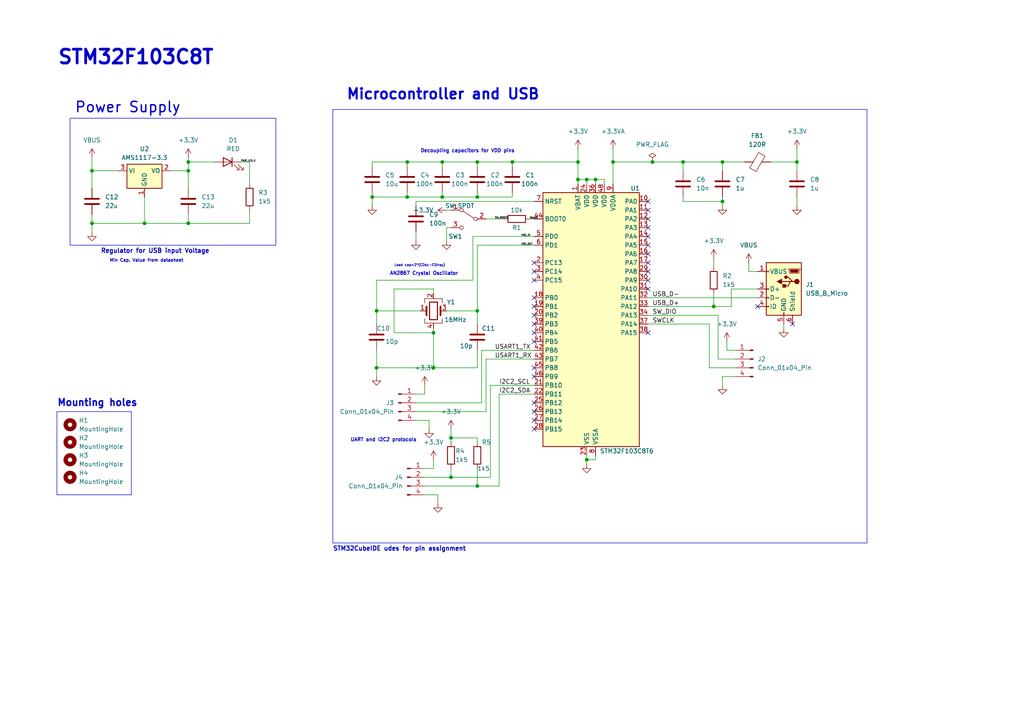
<source format=kicad_sch>
(kicad_sch (version 20230121) (generator eeschema)
  (paper "A4")
  (title_block (title "STM32F103C8T6") (date "2023-12-30") (rev "1.0"))
  (lib_symbols
    (symbol "Connector:Conn_01x04_Pin" (pin_names (offset 1.016) hide)
      (property "Reference" "J" (at 0 5.08 0))
      (property "Value" "Conn_01x04_Pin" (at 0 -7.62 0))
      (symbol "Conn_01x04_Pin_1_1"
        (polyline (pts (xy 1.27 -5.08) (xy 0.8636 -5.08)) (stroke (width 0.1524)))
        (polyline (pts (xy 1.27 -2.54) (xy 0.8636 -2.54)) (stroke (width 0.1524)))
        (polyline (pts (xy 1.27 0) (xy 0.8636 0)) (stroke (width 0.1524)))
        (polyline (pts (xy 1.27 2.54) (xy 0.8636 2.54)) (stroke (width 0.1524)))
        (rectangle (start 0.8636 -4.953) (end 0 -5.207) (stroke (width 0.1524)) (fill (type outline)))
        (rectangle (start 0.8636 -2.413) (end 0 -2.667) (stroke (width 0.1524)) (fill (type outline)))
        (rectangle (start 0.8636 0.127) (end 0 -0.127) (stroke (width 0.1524)) (fill (type outline)))
        (rectangle (start 0.8636 2.667) (end 0 2.413) (stroke (width 0.1524)) (fill (type outline)))
        (pin passive line (at 5.08 2.54 180) (length 3.81) (name "Pin_1") (number "1"))
        (pin passive line (at 5.08 0 180) (length 3.81) (name "Pin_2") (number "2"))
        (pin passive line (at 5.08 -2.54 180) (length 3.81) (name "Pin_3") (number "3"))
        (pin passive line (at 5.08 -5.08 180) (length 3.81) (name "Pin_4") (number "4"))
      )
    )
    (symbol "Connector:USB_B_Micro" (pin_names (offset 1.016))
      (property "Reference" "J" (at -5.08 11.43 0))
      (property "Value" "USB_B_Micro" (at -5.08 8.89 0))
      (symbol "USB_B_Micro_0_1"
        (rectangle (start -5.08 -7.62) (end 5.08 7.62) (stroke (width 0.254)) (fill (type background)))
        (circle (center -3.81 2.159) (radius 0.635) (stroke (width 0.254)) (fill (type outline)))
        (circle (center -0.635 3.429) (radius 0.381) (stroke (width 0.254)) (fill (type outline)))
        (rectangle (start -0.127 -7.62) (end 0.127 -6.858))
        (polyline (pts (xy -1.905 2.159) (xy 0.635 2.159)) (stroke (width 0.254)))
        (polyline (pts (xy -3.175 2.159) (xy -2.54 2.159) (xy -1.27 3.429) (xy -0.635 3.429)) (stroke (width 0.254)))
        (polyline (pts (xy -2.54 2.159) (xy -1.905 2.159) (xy -1.27 0.889) (xy 0 0.889)) (stroke (width 0.254)))
        (polyline (pts (xy 0.635 2.794) (xy 0.635 1.524) (xy 1.905 2.159) (xy 0.635 2.794)) (stroke (width 0.254)) (fill (type outline)))
        (polyline (pts (xy -4.318 5.588) (xy -1.778 5.588) (xy -2.032 4.826) (xy -4.064 4.826) (xy -4.318 5.588)) (fill (type outline)))
        (polyline (pts (xy -4.699 5.842) (xy -4.699 5.588) (xy -4.445 4.826) (xy -4.445 4.572) (xy -1.651 4.572) (xy -1.651 4.826) (xy -1.397 5.588) (xy -1.397 5.842) (xy -4.699 5.842)))
        (rectangle (start 0.254 1.27) (end -0.508 0.508) (stroke (width 0.254)) (fill (type outline)))
        (rectangle (start 5.08 -5.207) (end 4.318 -4.953))
        (rectangle (start 5.08 -2.667) (end 4.318 -2.413))
        (rectangle (start 5.08 -0.127) (end 4.318 0.127))
        (rectangle (start 5.08 4.953) (end 4.318 5.207))
      )
      (symbol "USB_B_Micro_1_1"
        (pin power_out line (at 7.62 5.08 180) (length 2.54) (name "VBUS") (number "1"))
        (pin bidirectional line (at 7.62 -2.54 180) (length 2.54) (name "D-") (number "2"))
        (pin bidirectional line (at 7.62 0 180) (length 2.54) (name "D+") (number "3"))
        (pin passive line (at 7.62 -5.08 180) (length 2.54) (name "ID") (number "4"))
        (pin power_out line (at 0 -10.16 90) (length 2.54) (name "GND") (number "5"))
        (pin passive line (at -2.54 -10.16 90) (length 2.54) (name "Shield") (number "6"))
      )
    )
    (symbol "Device:C" (pin_numbers hide) (pin_names (offset 0.254))
      (property "Reference" "C" (at 0.635 2.54 0))
      (property "Value" "C" (at 0.635 -2.54 0))
      (symbol "C_0_1"
        (polyline (pts (xy -2.032 -0.762) (xy 2.032 -0.762)) (stroke (width 0.508)))
        (polyline (pts (xy -2.032 0.762) (xy 2.032 0.762)) (stroke (width 0.508)))
      )
      (symbol "C_1_1"
        (pin passive line (at 0 3.81 270) (length 2.794) (name "~") (number "1"))
        (pin passive line (at 0 -3.81 90) (length 2.794) (name "~") (number "2"))
      )
    )
    (symbol "Device:Crystal_GND24" (pin_names (offset 1.016) hide)
      (property "Reference" "Y" (at 3.175 5.08 0))
      (property "Value" "Crystal_GND24" (at 3.175 3.175 0))
      (symbol "Crystal_GND24_0_1"
        (rectangle (start -1.143 2.54) (end 1.143 -2.54) (stroke (width 0.3048)))
        (polyline (pts (xy -2.54 0) (xy -2.032 0)))
        (polyline (pts (xy -2.032 -1.27) (xy -2.032 1.27)) (stroke (width 0.508)))
        (polyline (pts (xy 0 -3.81) (xy 0 -3.556)))
        (polyline (pts (xy 0 3.556) (xy 0 3.81)))
        (polyline (pts (xy 2.032 -1.27) (xy 2.032 1.27)) (stroke (width 0.508)))
        (polyline (pts (xy 2.032 0) (xy 2.54 0)))
        (polyline (pts (xy -2.54 -2.286) (xy -2.54 -3.556) (xy 2.54 -3.556) (xy 2.54 -2.286)))
        (polyline (pts (xy -2.54 2.286) (xy -2.54 3.556) (xy 2.54 3.556) (xy 2.54 2.286)))
      )
      (symbol "Crystal_GND24_1_1"
        (pin passive line (at -3.81 0 0) (length 1.27) (name "1") (number "1"))
        (pin passive line (at 0 5.08 270) (length 1.27) (name "2") (number "2"))
        (pin passive line (at 3.81 0 180) (length 1.27) (name "3") (number "3"))
        (pin passive line (at 0 -5.08 90) (length 1.27) (name "4") (number "4"))
      )
    )
    (symbol "Device:FerriteBead" (pin_numbers hide) (pin_names (offset 0))
      (property "Reference" "FB" (at -3.81 0.635 90))
      (property "Value" "FerriteBead" (at 3.81 0 90))
      (symbol "FerriteBead_0_1"
        (polyline (pts (xy 0 -1.27) (xy 0 -1.2192)))
        (polyline (pts (xy 0 1.27) (xy 0 1.2954)))
        (polyline (pts (xy -2.7686 0.4064) (xy -1.7018 2.2606) (xy 2.7686 -0.3048) (xy 1.6764 -2.159) (xy -2.7686 0.4064)))
      )
      (symbol "FerriteBead_1_1"
        (pin passive line (at 0 3.81 270) (length 2.54) (name "~") (number "1"))
        (pin passive line (at 0 -3.81 90) (length 2.54) (name "~") (number "2"))
      )
    )
    (symbol "Device:LED" (pin_numbers hide) (pin_names (offset 1.016) hide)
      (property "Reference" "D" (at 0 2.54 0))
      (property "Value" "LED" (at 0 -2.54 0))
      (symbol "LED_0_1"
        (polyline (pts (xy -1.27 -1.27) (xy -1.27 1.27)) (stroke (width 0.254)))
        (polyline (pts (xy -1.27 0) (xy 1.27 0)))
        (polyline (pts (xy 1.27 -1.27) (xy 1.27 1.27) (xy -1.27 0) (xy 1.27 -1.27)) (stroke (width 0.254)))
        (polyline (pts (xy -3.048 -0.762) (xy -4.572 -2.286) (xy -3.81 -2.286) (xy -4.572 -2.286) (xy -4.572 -1.524)))
        (polyline (pts (xy -1.778 -0.762) (xy -3.302 -2.286) (xy -2.54 -2.286) (xy -3.302 -2.286) (xy -3.302 -1.524)))
      )
      (symbol "LED_1_1"
        (pin passive line (at -3.81 0 0) (length 2.54) (name "K") (number "1"))
        (pin passive line (at 3.81 0 180) (length 2.54) (name "A") (number "2"))
      )
    )
    (symbol "Device:R" (pin_numbers hide) (pin_names (offset 0))
      (property "Reference" "R" (at 2.032 0 90))
      (property "Value" "R" (at 0 0 90))
      (symbol "R_0_1"
        (rectangle (start -1.016 -2.54) (end 1.016 2.54) (stroke (width 0.254)))
      )
      (symbol "R_1_1"
        (pin passive line (at 0 3.81 270) (length 1.27) (name "~") (number "1"))
        (pin passive line (at 0 -3.81 90) (length 1.27) (name "~") (number "2"))
      )
    )
    (symbol "MCU_ST_STM32F1:STM32F103C8Tx"
      (property "Reference" "U" (at -12.7 39.37 0))
      (property "Value" "STM32F103C8Tx" (at 10.16 39.37 0))
      (symbol "STM32F103C8Tx_0_1"
        (rectangle (start -12.7 -35.56) (end 15.24 38.1) (stroke (width 0.254)) (fill (type background)))
      )
      (symbol "STM32F103C8Tx_1_1"
        (pin power_in line (at -2.54 40.64 270) (length 2.54) (name "VBAT") (number "1"))
        (pin bidirectional line (at 17.78 35.56 180) (length 2.54) (name "PA0") (number "10"))
        (pin bidirectional line (at 17.78 33.02 180) (length 2.54) (name "PA1") (number "11"))
        (pin bidirectional line (at 17.78 30.48 180) (length 2.54) (name "PA2") (number "12"))
        (pin bidirectional line (at 17.78 27.94 180) (length 2.54) (name "PA3") (number "13"))
        (pin bidirectional line (at 17.78 25.4 180) (length 2.54) (name "PA4") (number "14"))
        (pin bidirectional line (at 17.78 22.86 180) (length 2.54) (name "PA5") (number "15"))
        (pin bidirectional line (at 17.78 20.32 180) (length 2.54) (name "PA6") (number "16"))
        (pin bidirectional line (at 17.78 17.78 180) (length 2.54) (name "PA7") (number "17"))
        (pin bidirectional line (at -15.24 7.62 0) (length 2.54) (name "PB0") (number "18"))
        (pin bidirectional line (at -15.24 5.08 0) (length 2.54) (name "PB1") (number "19"))
        (pin bidirectional line (at -15.24 17.78 0) (length 2.54) (name "PC13") (number "2"))
        (pin bidirectional line (at -15.24 2.54 0) (length 2.54) (name "PB2") (number "20"))
        (pin bidirectional line (at -15.24 -17.78 0) (length 2.54) (name "PB10") (number "21"))
        (pin bidirectional line (at -15.24 -20.32 0) (length 2.54) (name "PB11") (number "22"))
        (pin power_in line (at 0 -38.1 90) (length 2.54) (name "VSS") (number "23"))
        (pin power_in line (at 0 40.64 270) (length 2.54) (name "VDD") (number "24"))
        (pin bidirectional line (at -15.24 -22.86 0) (length 2.54) (name "PB12") (number "25"))
        (pin bidirectional line (at -15.24 -25.4 0) (length 2.54) (name "PB13") (number "26"))
        (pin bidirectional line (at -15.24 -27.94 0) (length 2.54) (name "PB14") (number "27"))
        (pin bidirectional line (at -15.24 -30.48 0) (length 2.54) (name "PB15") (number "28"))
        (pin bidirectional line (at 17.78 15.24 180) (length 2.54) (name "PA8") (number "29"))
        (pin bidirectional line (at -15.24 15.24 0) (length 2.54) (name "PC14") (number "3"))
        (pin bidirectional line (at 17.78 12.7 180) (length 2.54) (name "PA9") (number "30"))
        (pin bidirectional line (at 17.78 10.16 180) (length 2.54) (name "PA10") (number "31"))
        (pin bidirectional line (at 17.78 7.62 180) (length 2.54) (name "PA11") (number "32"))
        (pin bidirectional line (at 17.78 5.08 180) (length 2.54) (name "PA12") (number "33"))
        (pin bidirectional line (at 17.78 2.54 180) (length 2.54) (name "PA13") (number "34"))
        (pin passive line (at 0 -38.1 90) (length 2.54) hide (name "VSS") (number "35"))
        (pin power_in line (at 2.54 40.64 270) (length 2.54) (name "VDD") (number "36"))
        (pin bidirectional line (at 17.78 0 180) (length 2.54) (name "PA14") (number "37"))
        (pin bidirectional line (at 17.78 -2.54 180) (length 2.54) (name "PA15") (number "38"))
        (pin bidirectional line (at -15.24 0 0) (length 2.54) (name "PB3") (number "39"))
        (pin bidirectional line (at -15.24 12.7 0) (length 2.54) (name "PC15") (number "4"))
        (pin bidirectional line (at -15.24 -2.54 0) (length 2.54) (name "PB4") (number "40"))
        (pin bidirectional line (at -15.24 -5.08 0) (length 2.54) (name "PB5") (number "41"))
        (pin bidirectional line (at -15.24 -7.62 0) (length 2.54) (name "PB6") (number "42"))
        (pin bidirectional line (at -15.24 -10.16 0) (length 2.54) (name "PB7") (number "43"))
        (pin input line (at -15.24 30.48 0) (length 2.54) (name "BOOT0") (number "44"))
        (pin bidirectional line (at -15.24 -12.7 0) (length 2.54) (name "PB8") (number "45"))
        (pin bidirectional line (at -15.24 -15.24 0) (length 2.54) (name "PB9") (number "46"))
        (pin passive line (at 0 -38.1 90) (length 2.54) hide (name "VSS") (number "47"))
        (pin power_in line (at 5.08 40.64 270) (length 2.54) (name "VDD") (number "48"))
        (pin bidirectional line (at -15.24 25.4 0) (length 2.54) (name "PD0") (number "5"))
        (pin bidirectional line (at -15.24 22.86 0) (length 2.54) (name "PD1") (number "6"))
        (pin input line (at -15.24 35.56 0) (length 2.54) (name "NRST") (number "7"))
        (pin power_in line (at 2.54 -38.1 90) (length 2.54) (name "VSSA") (number "8"))
        (pin power_in line (at 7.62 40.64 270) (length 2.54) (name "VDDA") (number "9"))
      )
    )
    (symbol "Mechanical:MountingHole" (pin_names (offset 1.016))
      (property "Reference" "H" (at 0 5.08 0))
      (property "Value" "MountingHole" (at 0 3.175 0))
      (symbol "MountingHole_0_1"
        (circle (center 0 0) (radius 1.27) (stroke (width 1.27)))
      )
    )
    (symbol "Regulator_Linear:AMS1117-3.3"
      (property "Reference" "U" (at -3.81 3.175 0))
      (property "Value" "AMS1117-3.3" (at 0 3.175 0))
      (symbol "AMS1117-3.3_0_1"
        (rectangle (start -5.08 -5.08) (end 5.08 1.905) (stroke (width 0.254)) (fill (type background)))
      )
      (symbol "AMS1117-3.3_1_1"
        (pin power_in line (at 0 -7.62 90) (length 2.54) (name "GND") (number "1"))
        (pin power_out line (at 7.62 0 180) (length 2.54) (name "VO") (number "2"))
        (pin power_in line (at -7.62 0 0) (length 2.54) (name "VI") (number "3"))
      )
    )
    (symbol "Switch:SW_SPDT" (pin_names (offset 0) hide)
      (property "Reference" "SW" (at 0 4.318 0))
      (property "Value" "SW_SPDT" (at 0 -5.08 0))
      (symbol "SW_SPDT_0_0"
        (circle (center -2.032 0) (radius 0.508))
        (circle (center 2.032 -2.54) (radius 0.508))
      )
      (symbol "SW_SPDT_0_1"
        (polyline (pts (xy -1.524 0.254) (xy 1.651 2.286)))
        (circle (center 2.032 2.54) (radius 0.508))
      )
      (symbol "SW_SPDT_1_1"
        (pin passive line (at 5.08 2.54 180) (length 2.54) (name "A") (number "1"))
        (pin passive line (at -5.08 0 0) (length 2.54) (name "B") (number "2"))
        (pin passive line (at 5.08 -2.54 180) (length 2.54) (name "C") (number "3"))
      )
    )
    (symbol "power:+3.3V" (power) (pin_names (offset 0))
      (property "Value" "+3.3V" (at 0 3.556 0))
      (symbol "+3.3V_0_1"
        (polyline (pts (xy -0.762 1.27) (xy 0 2.54)))
        (polyline (pts (xy 0 0) (xy 0 2.54)))
        (polyline (pts (xy 0 2.54) (xy 0.762 1.27)))
      )
      (symbol "+3.3V_1_1"
        (pin power_in line (at 0 0 90) (length 0) hide (name "+3.3V") (number "1"))
      )
    )
    (symbol "power:+3.3VA" (power) (pin_names (offset 0))
      (property "Value" "+3.3VA" (at 0 3.556 0))
      (symbol "+3.3VA_0_1"
        (polyline (pts (xy -0.762 1.27) (xy 0 2.54)))
        (polyline (pts (xy 0 0) (xy 0 2.54)))
        (polyline (pts (xy 0 2.54) (xy 0.762 1.27)))
      )
      (symbol "+3.3VA_1_1"
        (pin power_in line (at 0 0 90) (length 0) hide (name "+3.3VA") (number "1"))
      )
    )
    (symbol "power:GND" (power) (pin_names (offset 0))
      (property "Value" "GND" (at 0 -3.81 0))
      (symbol "GND_0_1"
        (polyline (pts (xy 0 0) (xy 0 -1.27) (xy 1.27 -1.27) (xy 0 -2.54) (xy -1.27 -1.27) (xy 0 -1.27)))
      )
      (symbol "GND_1_1"
        (pin power_in line (at 0 0 270) (length 0) hide (name "GND") (number "1"))
      )
    )
    (symbol "power:PWR_FLAG" (power) (pin_numbers hide) (pin_names (offset 0) hide)
      (property "Value" "PWR_FLAG" (at 0 3.81 0))
      (symbol "PWR_FLAG_0_0"
        (pin power_out line (at 0 0 90) (length 0) (name "pwr") (number "1"))
      )
      (symbol "PWR_FLAG_0_1"
        (polyline (pts (xy 0 0) (xy 0 1.27) (xy -1.016 1.905) (xy 0 2.54) (xy 1.016 1.905) (xy 0 1.27)))
      )
    )
    (symbol "power:VBUS" (power) (pin_names (offset 0))
      (property "Value" "VBUS" (at 0 3.81 0))
      (symbol "VBUS_0_1"
        (polyline (pts (xy -0.762 1.27) (xy 0 2.54)))
        (polyline (pts (xy 0 0) (xy 0 2.54)))
        (polyline (pts (xy 0 2.54) (xy 0.762 1.27)))
      )
      (symbol "VBUS_1_1"
        (pin power_in line (at 0 0 90) (length 0) hide (name "VBUS") (number "1"))
      )
    )
  )
  (junction (at 189.23 46.99))
  (junction (at 138.43 46.99))
  (junction (at 54.61 49.53))
  (junction (at 170.18 52.07))
  (junction (at 172.72 52.07))
  (junction (at 207.01 88.9))
  (junction (at 128.27 57.15))
  (junction (at 118.11 57.15))
  (junction (at 128.27 46.99))
  (junction (at 167.64 52.07))
  (junction (at 130.81 138.43))
  (junction (at 109.22 106.68))
  (junction (at 170.18 133.35))
  (junction (at 26.67 49.53))
  (junction (at 54.61 46.99))
  (junction (at 125.73 96.52))
  (junction (at 198.12 46.99))
  (junction (at 138.43 140.97))
  (junction (at 177.8 46.99))
  (junction (at 125.73 106.68))
  (junction (at 231.14 46.99))
  (junction (at 54.61 64.77))
  (junction (at 107.95 57.15))
  (junction (at 148.59 46.99))
  (junction (at 118.11 46.99))
  (junction (at 26.67 64.77))
  (junction (at 209.55 58.42))
  (junction (at 130.81 127))
  (junction (at 138.43 57.15))
  (junction (at 109.22 90.17))
  (junction (at 41.91 64.77))
  (junction (at 209.55 46.99))
  (junction (at 167.64 46.99))
  (junction (at 138.43 90.17))
  (no_connect (at 154.94 119.38))
  (no_connect (at 187.96 76.2))
  (no_connect (at 154.94 91.44))
  (no_connect (at 154.94 76.2))
  (no_connect (at 154.94 116.84))
  (no_connect (at 154.94 106.68))
  (no_connect (at 187.96 60.96))
  (no_connect (at 229.87 93.98))
  (no_connect (at 187.96 71.12))
  (no_connect (at 154.94 124.46))
  (no_connect (at 187.96 58.42))
  (no_connect (at 187.96 68.58))
  (no_connect (at 154.94 93.98))
  (no_connect (at 154.94 81.28))
  (no_connect (at 187.96 96.52))
  (no_connect (at 154.94 86.36))
  (no_connect (at 187.96 73.66))
  (no_connect (at 187.96 83.82))
  (no_connect (at 187.96 63.5))
  (no_connect (at 219.71 88.9))
  (no_connect (at 187.96 81.28))
  (no_connect (at 187.96 66.04))
  (no_connect (at 154.94 96.52))
  (no_connect (at 154.94 99.06))
  (no_connect (at 154.94 109.22))
  (no_connect (at 154.94 121.92))
  (no_connect (at 154.94 88.9))
  (no_connect (at 154.94 78.74))
  (no_connect (at 187.96 78.74))
  (wire (pts (xy 138.43 71.12) (xy 154.94 71.12)))
  (wire (pts (xy 54.61 45.72) (xy 54.61 46.99)))
  (wire (pts (xy 148.59 46.99) (xy 167.64 46.99)))
  (wire (pts (xy 125.73 133.35) (xy 125.73 135.89)))
  (wire (pts (xy 123.19 138.43) (xy 130.81 138.43)))
  (wire (pts (xy 142.24 138.43) (xy 142.24 111.76)))
  (wire (pts (xy 208.28 91.44) (xy 208.28 104.14)))
  (wire (pts (xy 187.96 86.36) (xy 219.71 86.36)))
  (wire (pts (xy 128.27 48.26) (xy 128.27 46.99)))
  (wire (pts (xy 207.01 88.9) (xy 212.09 88.9)))
  (wire (pts (xy 210.82 99.06) (xy 210.82 101.6)))
  (wire (pts (xy 167.64 46.99) (xy 167.64 52.07)))
  (wire (pts (xy 138.43 57.15) (xy 148.59 57.15)))
  (wire (pts (xy 209.55 46.99) (xy 209.55 49.53)))
  (wire (pts (xy 26.67 64.77) (xy 26.67 67.31)))
  (wire (pts (xy 109.22 101.6) (xy 109.22 106.68)))
  (wire (pts (xy 128.27 57.15) (xy 138.43 57.15)))
  (wire (pts (xy 209.55 109.22) (xy 213.36 109.22)))
  (wire (pts (xy 72.39 60.96) (xy 72.39 64.77)))
  (wire (pts (xy 172.72 52.07) (xy 172.72 53.34)))
  (wire (pts (xy 139.7 101.6) (xy 154.94 101.6)))
  (wire (pts (xy 130.81 138.43) (xy 142.24 138.43)))
  (wire (pts (xy 189.23 46.99) (xy 198.12 46.99)))
  (wire (pts (xy 128.27 55.88) (xy 128.27 57.15)))
  (wire (pts (xy 209.55 111.76) (xy 209.55 109.22)))
  (wire (pts (xy 123.19 114.3) (xy 120.65 114.3)))
  (wire (pts (xy 177.8 43.18) (xy 177.8 46.99)))
  (wire (pts (xy 54.61 49.53) (xy 54.61 54.61)))
  (wire (pts (xy 72.39 46.99) (xy 72.39 53.34)))
  (wire (pts (xy 118.11 46.99) (xy 128.27 46.99)))
  (wire (pts (xy 129.54 60.96) (xy 130.81 60.96)))
  (wire (pts (xy 130.81 135.89) (xy 130.81 138.43)))
  (wire (pts (xy 72.39 64.77) (xy 54.61 64.77)))
  (wire (pts (xy 120.65 116.84) (xy 139.7 116.84)))
  (wire (pts (xy 129.54 66.04) (xy 129.54 69.85)))
  (wire (pts (xy 107.95 57.15) (xy 118.11 57.15)))
  (wire (pts (xy 170.18 52.07) (xy 172.72 52.07)))
  (wire (pts (xy 209.55 46.99) (xy 215.9 46.99)))
  (wire (pts (xy 125.73 96.52) (xy 125.73 106.68)))
  (wire (pts (xy 140.97 63.5) (xy 146.05 63.5)))
  (wire (pts (xy 231.14 43.18) (xy 231.14 46.99)))
  (wire (pts (xy 148.59 55.88) (xy 148.59 57.15)))
  (wire (pts (xy 130.81 127) (xy 130.81 128.27)))
  (wire (pts (xy 138.43 127) (xy 130.81 127)))
  (wire (pts (xy 26.67 45.72) (xy 26.67 49.53)))
  (wire (pts (xy 207.01 74.93) (xy 207.01 77.47)))
  (wire (pts (xy 127 143.51) (xy 127 146.05)))
  (wire (pts (xy 138.43 90.17) (xy 138.43 93.98)))
  (wire (pts (xy 41.91 64.77) (xy 54.61 64.77)))
  (wire (pts (xy 219.71 83.82) (xy 212.09 83.82)))
  (wire (pts (xy 138.43 48.26) (xy 138.43 46.99)))
  (wire (pts (xy 172.72 52.07) (xy 175.26 52.07)))
  (wire (pts (xy 170.18 133.35) (xy 172.72 133.35)))
  (wire (pts (xy 130.81 124.46) (xy 130.81 127)))
  (wire (pts (xy 34.29 49.53) (xy 26.67 49.53)))
  (wire (pts (xy 125.73 106.68) (xy 138.43 106.68)))
  (wire (pts (xy 148.59 48.26) (xy 148.59 46.99)))
  (wire (pts (xy 62.23 46.99) (xy 54.61 46.99)))
  (wire (pts (xy 140.97 119.38) (xy 140.97 104.14)))
  (wire (pts (xy 153.67 63.5) (xy 154.94 63.5)))
  (wire (pts (xy 209.55 58.42) (xy 209.55 59.69)))
  (wire (pts (xy 138.43 140.97) (xy 144.78 140.97)))
  (wire (pts (xy 205.74 93.98) (xy 205.74 106.68)))
  (wire (pts (xy 139.7 116.84) (xy 139.7 101.6)))
  (wire (pts (xy 198.12 46.99) (xy 198.12 49.53)))
  (wire (pts (xy 209.55 57.15) (xy 209.55 58.42)))
  (wire (pts (xy 144.78 114.3) (xy 154.94 114.3)))
  (wire (pts (xy 125.73 85.09) (xy 125.73 83.82)))
  (wire (pts (xy 187.96 93.98) (xy 205.74 93.98)))
  (wire (pts (xy 118.11 57.15) (xy 128.27 57.15)))
  (wire (pts (xy 210.82 101.6) (xy 213.36 101.6)))
  (wire (pts (xy 208.28 104.14) (xy 213.36 104.14)))
  (wire (pts (xy 54.61 46.99) (xy 54.61 49.53)))
  (wire (pts (xy 128.27 46.99) (xy 138.43 46.99)))
  (wire (pts (xy 154.94 58.42) (xy 120.65 58.42)))
  (wire (pts (xy 137.16 81.28) (xy 109.22 81.28)))
  (wire (pts (xy 129.54 90.17) (xy 138.43 90.17)))
  (wire (pts (xy 138.43 90.17) (xy 138.43 71.12)))
  (wire (pts (xy 167.64 52.07) (xy 170.18 52.07)))
  (wire (pts (xy 120.65 58.42) (xy 120.65 59.69)))
  (wire (pts (xy 123.19 140.97) (xy 138.43 140.97)))
  (wire (pts (xy 172.72 132.08) (xy 172.72 133.35)))
  (wire (pts (xy 125.73 135.89) (xy 123.19 135.89)))
  (wire (pts (xy 170.18 132.08) (xy 170.18 133.35)))
  (wire (pts (xy 187.96 88.9) (xy 207.01 88.9)))
  (wire (pts (xy 130.81 66.04) (xy 129.54 66.04)))
  (wire (pts (xy 205.74 106.68) (xy 213.36 106.68)))
  (wire (pts (xy 167.64 43.18) (xy 167.64 46.99)))
  (wire (pts (xy 170.18 52.07) (xy 170.18 53.34)))
  (wire (pts (xy 177.8 53.34) (xy 177.8 46.99)))
  (wire (pts (xy 107.95 57.15) (xy 107.95 59.69)))
  (wire (pts (xy 138.43 106.68) (xy 138.43 101.6)))
  (wire (pts (xy 187.96 91.44) (xy 208.28 91.44)))
  (wire (pts (xy 118.11 46.99) (xy 118.11 48.26)))
  (wire (pts (xy 138.43 55.88) (xy 138.43 57.15)))
  (wire (pts (xy 123.19 111.76) (xy 123.19 114.3)))
  (wire (pts (xy 219.71 78.74) (xy 217.17 78.74)))
  (wire (pts (xy 54.61 64.77) (xy 54.61 62.23)))
  (wire (pts (xy 114.3 83.82) (xy 114.3 96.52)))
  (wire (pts (xy 198.12 58.42) (xy 209.55 58.42)))
  (wire (pts (xy 138.43 128.27) (xy 138.43 127)))
  (wire (pts (xy 120.65 67.31) (xy 120.65 69.85)))
  (wire (pts (xy 124.46 121.92) (xy 124.46 124.46)))
  (wire (pts (xy 227.33 93.98) (xy 227.33 95.25)))
  (wire (pts (xy 109.22 106.68) (xy 109.22 109.22)))
  (wire (pts (xy 49.53 49.53) (xy 54.61 49.53)))
  (wire (pts (xy 137.16 68.58) (xy 137.16 81.28)))
  (wire (pts (xy 107.95 55.88) (xy 107.95 57.15)))
  (wire (pts (xy 109.22 90.17) (xy 109.22 93.98)))
  (wire (pts (xy 120.65 119.38) (xy 140.97 119.38)))
  (wire (pts (xy 26.67 64.77) (xy 41.91 64.77)))
  (wire (pts (xy 198.12 46.99) (xy 209.55 46.99)))
  (wire (pts (xy 207.01 85.09) (xy 207.01 88.9)))
  (wire (pts (xy 118.11 55.88) (xy 118.11 57.15)))
  (wire (pts (xy 198.12 57.15) (xy 198.12 58.42)))
  (wire (pts (xy 107.95 46.99) (xy 107.95 48.26)))
  (wire (pts (xy 137.16 68.58) (xy 154.94 68.58)))
  (wire (pts (xy 109.22 106.68) (xy 125.73 106.68)))
  (wire (pts (xy 177.8 46.99) (xy 189.23 46.99)))
  (wire (pts (xy 109.22 81.28) (xy 109.22 90.17)))
  (wire (pts (xy 26.67 62.23) (xy 26.67 64.77)))
  (wire (pts (xy 41.91 57.15) (xy 41.91 64.77)))
  (wire (pts (xy 231.14 46.99) (xy 231.14 49.53)))
  (wire (pts (xy 212.09 83.82) (xy 212.09 88.9)))
  (wire (pts (xy 217.17 76.2) (xy 217.17 78.74)))
  (wire (pts (xy 144.78 140.97) (xy 144.78 114.3)))
  (wire (pts (xy 114.3 96.52) (xy 125.73 96.52)))
  (wire (pts (xy 142.24 111.76) (xy 154.94 111.76)))
  (wire (pts (xy 138.43 135.89) (xy 138.43 140.97)))
  (wire (pts (xy 231.14 57.15) (xy 231.14 59.69)))
  (wire (pts (xy 125.73 96.52) (xy 125.73 95.25)))
  (wire (pts (xy 124.46 121.92) (xy 120.65 121.92)))
  (wire (pts (xy 223.52 46.99) (xy 231.14 46.99)))
  (wire (pts (xy 107.95 46.99) (xy 118.11 46.99)))
  (wire (pts (xy 127 143.51) (xy 123.19 143.51)))
  (wire (pts (xy 69.85 46.99) (xy 72.39 46.99)))
  (wire (pts (xy 170.18 134.62) (xy 170.18 133.35)))
  (wire (pts (xy 125.73 83.82) (xy 114.3 83.82)))
  (wire (pts (xy 26.67 49.53) (xy 26.67 54.61)))
  (wire (pts (xy 109.22 90.17) (xy 121.92 90.17)))
  (wire (pts (xy 167.64 52.07) (xy 167.64 53.34)))
  (wire (pts (xy 175.26 52.07) (xy 175.26 53.34)))
  (wire (pts (xy 140.97 104.14) (xy 154.94 104.14)))
  (wire (pts (xy 138.43 46.99) (xy 148.59 46.99)))
  (rectangle (start 20.32 34.29) (end 80.01 71.12))
  (rectangle (start 96.52 31.75) (end 251.46 157.48))
  (rectangle (start 38.1 143.51) (end 16.51 119.38))
  (text "Decoupling capacitors for VDD pins\n" (at 121.92 44.45 0) (effects (font (size 1 1) bold) (justify left bottom)))
  (text "STM32F103C8T" (at 16.51 19.05 0) (effects (font (size 4 4) bold) (justify left bottom)))
  (text "Power Supply" (at 21.59 33.02 0) (effects (font (size 3 3) (thickness 0.4) bold) (justify left bottom)))
  (text "AN2867 Crystal Oscillator\n" (at 113.03 80.01 0) (effects (font (size 1 1) bold) (justify left bottom)))
  (text "UART and I2C2 protocols" (at 101.6 128.27 0) (effects (font (size 1 1) bold) (justify left bottom)))
  (text "Regulator for USB input Voltage\n" (at 29.21 73.66 0) (effects (font (size 1.27 1.27) bold) (justify left bottom)))
  (text "Load cap=2*(COsc-CStray)" (at 114.3 77.47 0) (effects (font (size 0.7 0.7) bold) (justify left bottom)))
  (text "Mounting holes" (at 16.51 118.11 0) (effects (font (size 2 2) bold) (justify left bottom)))
  (text "Microcontroller and USB" (at 100.33 29.21 0) (effects (font (size 3 3) bold) (justify left bottom)))
  (text "STM32CubeIDE udes for pin assignment" (at 96.52 160.02 0) (effects (font (size 1.27 1.27) bold) (justify left bottom)))
  (text "Min Cap. Value from datasheet\n" (at 31.75 76.2 0) (effects (font (size 0.9 0.9) bold) (justify left bottom)))
  (label "USB_D+" (at 189.23 88.9 0))
  (label "I2C2_SCL" (at 144.78 111.76 0))
  (label "HSE_IN" (at 151.13 68.58 0) (effects (font (size 0.5 0.5))))
  (label "USART1_RX" (at 143.51 104.14 0))
  (label "SW_DIO" (at 189.23 91.44 0))
  (label "USB_D-" (at 189.23 86.36 0))
  (label "SW_BOOT0" (at 143.51 63.5 0) (effects (font (size 0.5 0.5))))
  (label "USART1_TX" (at 143.51 101.6 0))
  (label "I2C2_SDA" (at 144.78 114.3 0))
  (label "SWCLK" (at 189.23 93.98 0))
  (label "PWR_LED_K" (at 69.85 46.99 0) (effects (font (size 0.5 0.5))))
  (label "Boot0" (at 153.67 63.5 0) (effects (font (size 0.5 0.5))))
  (label "HSE_OUT" (at 151.13 71.12 0) (effects (font (size 0.5 0.5))))
  (symbol (lib_id "Device:C") (at 120.65 63.5 0) (unit 1)
    (property "Reference" "C9" (at 124.46 62.23 0) (effects (justify left)))
    (property "Value" "100n" (at 124.46 64.77 0) (effects (justify left)))
    (property "Footprint" "Capacitor_SMD:C_0402_1005Metric" (effects hide))
  )
  (symbol (lib_id "Mechanical:MountingHole") (at 20.32 123.19 0) (unit 1)
    (property "Reference" "H1" (at 22.86 121.92 0) (effects (justify left)))
    (property "Value" "MountingHole" (at 22.86 124.46 0) (effects (justify left)))
    (property "Footprint" "MountingHole:MountingHole_2.2mm_M2" (effects hide))
  )
  (symbol (lib_id "Device:C") (at 198.12 53.34 0) (unit 1)
    (property "Reference" "C6" (at 201.93 52.07 0) (effects (justify left)))
    (property "Value" "10n" (at 201.93 54.61 0) (effects (justify left)))
    (property "Footprint" "Capacitor_SMD:C_0402_1005Metric" (effects hide))
  )
  (symbol (lib_id "Device:C") (at 148.59 52.07 0) (unit 1)
    (property "Reference" "C1" (at 152.4 50.8 0) (effects (justify left)))
    (property "Value" "100n" (at 151.13 53.34 0) (effects (justify left)))
    (property "Footprint" "Capacitor_SMD:C_0402_1005Metric" (effects hide))
  )
  (symbol (lib_id "Device:C") (at 107.95 52.07 0) (unit 1)
    (property "Reference" "C5" (at 111.76 50.8 0) (effects (justify left)))
    (property "Value" "10u" (at 111.76 53.34 0) (effects (justify left)))
    (property "Footprint" "Capacitor_SMD:C_0603_1608Metric" (effects hide))
  )
  (symbol (lib_id "power:GND") (at 227.33 95.25 0) (unit 1)
    (property "Reference" "#PWR011" (effects hide))
    (property "Value" "GND" (effects hide))
  )
  (symbol (lib_id "Device:Crystal_GND24") (at 125.73 90.17 0) (unit 1)
    (property "Reference" "Y1" (at 130.81 87.63 0))
    (property "Value" "16MHz" (at 132.08 92.71 0))
    (property "Footprint" "Crystal:Crystal_SMD_3225-4Pin_3.2x2.5mm" (effects hide))
  )
  (symbol (lib_id "power:GND") (at 209.55 59.69 0) (unit 1)
    (property "Reference" "#PWR05" (effects hide))
    (property "Value" "GND" (effects hide))
  )
  (symbol (lib_id "power:+3.3VA") (at 177.8 43.18 0) (unit 1)
    (property "Reference" "#PWR04" (effects hide))
    (property "Value" "+3.3VA" (at 177.8 38.1 0))
  )
  (symbol (lib_id "power:GND") (at 129.54 69.85 0) (unit 1)
    (property "Reference" "#PWR09" (effects hide))
    (property "Value" "GND" (effects hide))
  )
  (symbol (lib_id "Regulator_Linear:AMS1117-3.3") (at 41.91 49.53 0) (unit 1)
    (property "Reference" "U2" (at 41.91 43.18 0))
    (property "Value" "AMS1117-3.3" (at 41.91 45.72 0))
    (property "Footprint" "Package_TO_SOT_SMD:SOT-223-3_TabPin2" (effects hide))
    (property "Datasheet" "http://www.advanced-monolithic.com/pdf/ds1117.pdf" (effects hide))
  )
  (symbol (lib_id "Switch:SW_SPDT") (at 135.89 63.5 0) (mirror y) (unit 1)
    (property "Reference" "SW1" (at 132.08 68.58 0))
    (property "Value" "SW_SPDT" (at 133.35 59.69 0))
    (property "Footprint" "Button_Switch_SMD:SW_SPDT_PCM12" (effects hide))
  )
  (symbol (lib_id "Device:C") (at 54.61 58.42 0) (unit 1)
    (property "Reference" "C13" (at 58.42 57.15 0) (effects (justify left)))
    (property "Value" "22u" (at 58.42 59.69 0) (effects (justify left)))
    (property "Footprint" "Capacitor_SMD:C_0805_2012Metric" (effects hide))
  )
  (symbol (lib_id "Device:C") (at 138.43 52.07 0) (unit 1)
    (property "Reference" "C2" (at 142.24 50.8 0) (effects (justify left)))
    (property "Value" "100n" (at 140.97 53.34 0) (effects (justify left)))
    (property "Footprint" "Capacitor_SMD:C_0402_1005Metric" (effects hide))
  )
  (symbol (lib_id "Device:C") (at 128.27 52.07 0) (unit 1)
    (property "Reference" "C3" (at 132.08 50.8 0) (effects (justify left)))
    (property "Value" "100n" (at 130.81 53.34 0) (effects (justify left)))
    (property "Footprint" "Capacitor_SMD:C_0402_1005Metric" (effects hide))
  )
  (symbol (lib_id "power:GND") (at 231.14 59.69 0) (unit 1)
    (property "Reference" "#PWR06" (effects hide))
    (property "Value" "GND" (effects hide))
  )
  (symbol (lib_id "power:+3.3V") (at 231.14 43.18 0) (unit 1)
    (property "Reference" "#PWR07" (effects hide))
    (property "Value" "+3.3V" (at 231.14 38.1 0))
  )
  (symbol (lib_id "Mechanical:MountingHole") (at 20.32 128.27 0) (unit 1)
    (property "Reference" "H2" (at 22.86 127 0) (effects (justify left)))
    (property "Value" "MountingHole" (at 22.86 129.54 0) (effects (justify left)))
    (property "Footprint" "MountingHole:MountingHole_2.2mm_M2" (effects hide))
  )
  (symbol (lib_id "Device:C") (at 109.22 97.79 0) (unit 1)
    (property "Reference" "C10" (at 109.22 95.25 0) (effects (justify left)))
    (property "Value" "10p" (at 111.76 99.06 0) (effects (justify left)))
    (property "Footprint" "Capacitor_SMD:C_0402_1005Metric" (effects hide))
  )
  (symbol (lib_id "Mechanical:MountingHole") (at 20.32 138.43 0) (unit 1)
    (property "Reference" "H4" (at 22.86 137.16 0) (effects (justify left)))
    (property "Value" "MountingHole" (at 22.86 139.7 0) (effects (justify left)))
    (property "Footprint" "MountingHole:MountingHole_2.2mm_M2" (effects hide))
  )
  (symbol (lib_id "Device:R") (at 72.39 57.15 0) (unit 1)
    (property "Reference" "R3" (at 74.93 55.88 0) (effects (justify left)))
    (property "Value" "1k5" (at 74.93 58.42 0) (effects (justify left)))
    (property "Footprint" "Resistor_SMD:R_0402_1005Metric" (effects hide))
  )
  (symbol (lib_id "Device:C") (at 26.67 58.42 0) (unit 1)
    (property "Reference" "C12" (at 30.48 57.15 0) (effects (justify left)))
    (property "Value" "22u" (at 30.48 59.69 0) (effects (justify left)))
    (property "Footprint" "Capacitor_SMD:C_0805_2012Metric" (effects hide))
  )
  (symbol (lib_id "power:+3.3V") (at 54.61 45.72 0) (unit 1)
    (property "Reference" "#PWR016" (effects hide))
    (property "Value" "+3.3V" (at 54.61 40.64 0))
  )
  (symbol (lib_id "Device:C") (at 138.43 97.79 0) (unit 1)
    (property "Reference" "C11" (at 139.7 95.25 0) (effects (justify left)))
    (property "Value" "10p" (at 133.35 100.33 0) (effects (justify left)))
    (property "Footprint" "Capacitor_SMD:C_0402_1005Metric" (effects hide))
  )
  (symbol (lib_id "Connector:USB_B_Micro") (at 227.33 83.82 0) (mirror y) (unit 1)
    (property "Reference" "J1" (at 233.68 82.55 0) (effects (justify right)))
    (property "Value" "USB_B_Micro" (at 233.68 85.09 0) (effects (justify right)))
    (property "Footprint" "Connector_USB:USB_Micro-B_Wuerth_629105150521" (effects hide))
  )
  (symbol (lib_id "power:+3.3V") (at 123.19 111.76 0) (mirror y) (unit 1)
    (property "Reference" "#PWR020" (effects hide))
    (property "Value" "+3.3V" (at 123.19 106.68 0))
  )
  (symbol (lib_id "Connector:Conn_01x04_Pin") (at 218.44 104.14 0) (mirror y) (unit 1)
    (property "Reference" "J2" (at 219.71 104.14 0) (effects (justify right)))
    (property "Value" "Conn_01x04_Pin" (at 219.71 106.68 0) (effects (justify right)))
    (property "Footprint" "Connector_PinHeader_2.54mm:PinHeader_1x04_P2.54mm_Vertical" (effects hide))
  )
  (symbol (lib_id "power:VBUS") (at 217.17 76.2 0) (unit 1)
    (property "Reference" "#PWR012" (effects hide))
    (property "Value" "VBUS" (at 217.17 71.12 0))
  )
  (symbol (lib_id "power:PWR_FLAG") (at 189.23 46.99 0) (unit 1)
    (property "Reference" "#FLG01" (effects hide))
    (property "Value" "PWR_FLAG" (at 189.23 41.91 0))
  )
  (symbol (lib_id "Device:LED") (at 66.04 46.99 0) (mirror y) (unit 1)
    (property "Reference" "D1" (at 67.6275 40.64 0))
    (property "Value" "RED" (at 67.6275 43.18 0))
    (property "Footprint" "LED_SMD:LED_0603_1608Metric" (effects hide))
  )
  (symbol (lib_id "power:GND") (at 127 146.05 0) (mirror y) (unit 1)
    (property "Reference" "#PWR021" (effects hide))
    (property "Value" "GND" (effects hide))
  )
  (symbol (lib_id "Device:R") (at 138.43 132.08 0) (unit 1)
    (property "Reference" "R5" (at 139.7 128.27 0) (effects (justify left)))
    (property "Value" "1k5" (at 138.43 135.89 0) (effects (justify left)))
    (property "Footprint" "Resistor_SMD:R_0402_1005Metric" (effects hide))
  )
  (symbol (lib_id "power:GND") (at 120.65 69.85 0) (unit 1)
    (property "Reference" "#PWR08" (effects hide))
    (property "Value" "GND" (effects hide))
  )
  (symbol (lib_id "Connector:Conn_01x04_Pin") (at 115.57 116.84 0) (unit 1)
    (property "Reference" "J3" (at 114.3 116.84 0) (effects (justify right)))
    (property "Value" "Conn_01x04_Pin" (at 114.3 119.38 0) (effects (justify right)))
    (property "Footprint" "Connector_PinHeader_2.54mm:PinHeader_1x04_P2.54mm_Vertical" (effects hide))
  )
  (symbol (lib_id "power:GND") (at 170.18 134.62 0) (unit 1)
    (property "Reference" "#PWR01" (effects hide))
    (property "Value" "GND" (effects hide))
  )
  (symbol (lib_id "power:GND") (at 107.95 59.69 0) (unit 1)
    (property "Reference" "#PWR03" (effects hide))
    (property "Value" "GND" (effects hide))
  )
  (symbol (lib_id "MCU_ST_STM32F1:STM32F103C8Tx") (at 170.18 93.98 0) (unit 1)
    (property "Reference" "U1" (at 182.88 54.61 0) (effects (justify left)))
    (property "Value" "STM32F103C8T6" (at 173.99 130.81 0) (effects (justify left)))
    (property "Footprint" "Package_QFP:LQFP-48_7x7mm_P0.5mm" (effects hide))
    (property "Datasheet" "https://www.st.com/resource/en/datasheet/stm32f103c8.pdf" (effects hide))
  )
  (symbol (lib_id "Connector:Conn_01x04_Pin") (at 118.11 138.43 0) (unit 1)
    (property "Reference" "J4" (at 116.84 138.43 0) (effects (justify right)))
    (property "Value" "Conn_01x04_Pin" (at 116.84 140.97 0) (effects (justify right)))
    (property "Footprint" "Connector_PinHeader_2.54mm:PinHeader_1x04_P2.54mm_Vertical" (effects hide))
  )
  (symbol (lib_id "Device:C") (at 209.55 53.34 0) (unit 1)
    (property "Reference" "C7" (at 213.36 52.07 0) (effects (justify left)))
    (property "Value" "1u" (at 213.36 54.61 0) (effects (justify left)))
    (property "Footprint" "Capacitor_SMD:C_0402_1005Metric" (effects hide))
  )
  (symbol (lib_id "power:GND") (at 26.67 67.31 0) (unit 1)
    (property "Reference" "#PWR014" (effects hide))
    (property "Value" "GND" (effects hide))
  )
  (symbol (lib_id "power:+3.3V") (at 129.54 60.96 90) (unit 1)
    (property "Reference" "#PWR024" (effects hide))
    (property "Value" "+3.3V" (at 125.73 60.96 90) (effects (justify left)))
  )
  (symbol (lib_id "Mechanical:MountingHole") (at 20.32 133.35 0) (unit 1)
    (property "Reference" "H3" (at 22.86 132.08 0) (effects (justify left)))
    (property "Value" "MountingHole" (at 22.86 134.62 0) (effects (justify left)))
    (property "Footprint" "MountingHole:MountingHole_2.2mm_M2" (effects hide))
  )
  (symbol (lib_id "power:+3.3V") (at 167.64 43.18 0) (unit 1)
    (property "Reference" "#PWR02" (effects hide))
    (property "Value" "+3.3V" (at 167.64 38.1 0))
  )
  (symbol (lib_id "power:GND") (at 124.46 124.46 0) (mirror y) (unit 1)
    (property "Reference" "#PWR019" (effects hide))
    (property "Value" "GND" (effects hide))
  )
  (symbol (lib_id "Device:R") (at 130.81 132.08 0) (unit 1)
    (property "Reference" "R4" (at 132.08 130.81 0) (effects (justify left)))
    (property "Value" "1k5" (at 132.08 133.35 0) (effects (justify left)))
    (property "Footprint" "Resistor_SMD:R_0402_1005Metric" (effects hide))
  )
  (symbol (lib_id "power:+3.3V") (at 207.01 74.93 0) (unit 1)
    (property "Reference" "#PWR013" (effects hide))
    (property "Value" "+3.3V" (at 207.01 69.85 0))
  )
  (symbol (lib_id "power:+3.3V") (at 130.81 124.46 0) (mirror y) (unit 1)
    (property "Reference" "#PWR023" (effects hide))
    (property "Value" "+3.3V" (at 130.81 119.38 0))
  )
  (symbol (lib_id "Device:C") (at 231.14 53.34 0) (unit 1)
    (property "Reference" "C8" (at 234.95 52.07 0) (effects (justify left)))
    (property "Value" "1u" (at 234.95 54.61 0) (effects (justify left)))
    (property "Footprint" "Capacitor_SMD:C_0402_1005Metric" (effects hide))
  )
  (symbol (lib_id "Device:R") (at 149.86 63.5 90) (unit 1)
    (property "Reference" "R1" (at 149.86 66.04 90))
    (property "Value" "10k" (at 149.86 60.96 90))
    (property "Footprint" "Resistor_SMD:R_0402_1005Metric" (effects hide))
  )
  (symbol (lib_id "Device:C") (at 118.11 52.07 0) (unit 1)
    (property "Reference" "C4" (at 121.92 50.8 0) (effects (justify left)))
    (property "Value" "100n" (at 120.65 53.34 0) (effects (justify left)))
    (property "Footprint" "Capacitor_SMD:C_0402_1005Metric" (effects hide))
  )
  (symbol (lib_id "Device:R") (at 207.01 81.28 0) (unit 1)
    (property "Reference" "R2" (at 209.55 80.01 0) (effects (justify left)))
    (property "Value" "1k5" (at 209.55 82.55 0) (effects (justify left)))
    (property "Footprint" "Resistor_SMD:R_0402_1005Metric" (effects hide))
  )
  (symbol (lib_id "power:+3.3V") (at 125.73 133.35 0) (mirror y) (unit 1)
    (property "Reference" "#PWR022" (effects hide))
    (property "Value" "+3.3V" (at 125.73 128.27 0))
  )
  (symbol (lib_id "power:GND") (at 109.22 109.22 0) (unit 1)
    (property "Reference" "#PWR010" (effects hide))
    (property "Value" "GND" (effects hide))
  )
  (symbol (lib_id "power:VBUS") (at 26.67 45.72 0) (unit 1)
    (property "Reference" "#PWR015" (effects hide))
    (property "Value" "VBUS" (at 26.67 40.64 0))
  )
  (symbol (lib_id "power:+3.3V") (at 210.82 99.06 0) (unit 1)
    (property "Reference" "#PWR018" (effects hide))
    (property "Value" "+3.3V" (at 210.82 93.98 0))
  )
  (symbol (lib_id "power:GND") (at 209.55 111.76 0) (unit 1)
    (property "Reference" "#PWR017" (effects hide))
    (property "Value" "GND" (effects hide))
  )
  (symbol (lib_id "Device:FerriteBead") (at 219.71 46.99 90) (unit 1)
    (property "Reference" "FB1" (at 219.6592 39.37 90))
    (property "Value" "120R" (at 219.6592 41.91 90))
    (property "Footprint" "Inductor_SMD:L_0603_1608Metric" (effects hide))
  )
)
</source>
